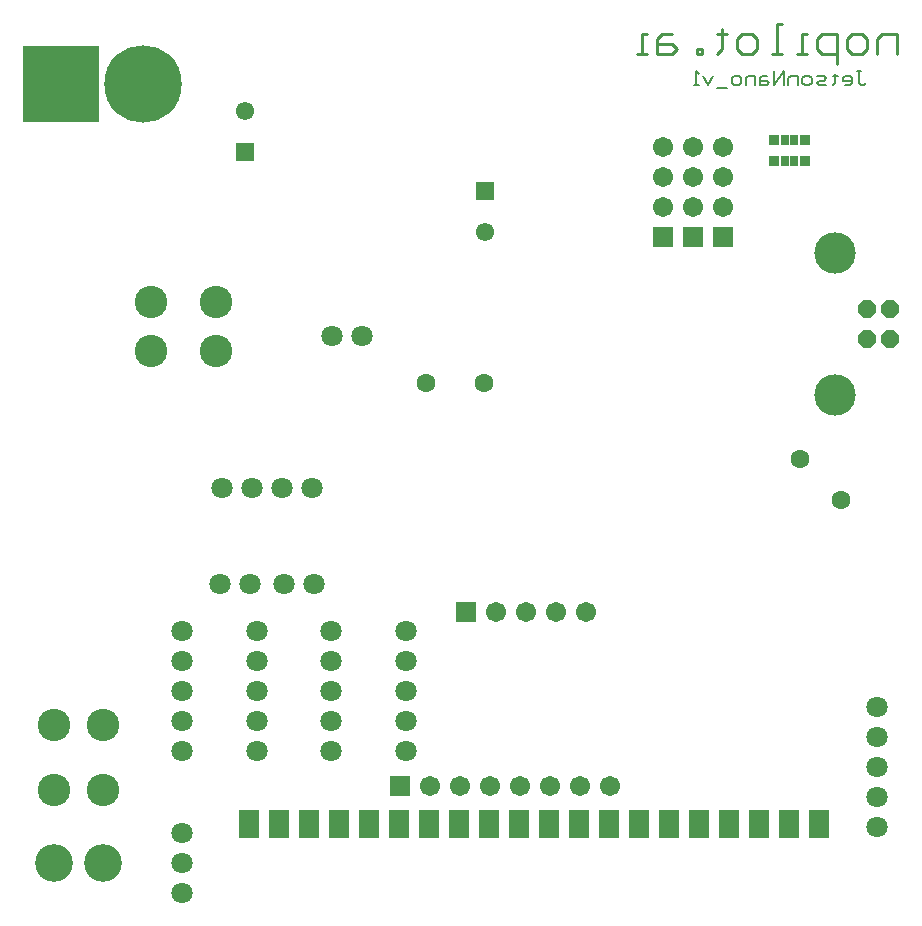
<source format=gbs>
G04 Layer_Color=16711935*
%FSLAX44Y44*%
%MOMM*%
G71*
G01*
G75*
%ADD44C,0.2000*%
%ADD96R,0.9032X0.9032*%
%ADD97R,0.7032X0.9032*%
%ADD98R,1.7032X2.4532*%
%ADD99P,1.6347X8X112.5*%
%ADD100C,3.5030*%
%ADD101C,1.6032*%
%ADD102C,1.7032*%
%ADD103R,1.7032X1.7032*%
%ADD104C,1.8032*%
%ADD105R,1.5532X1.5532*%
%ADD106C,1.5532*%
%ADD107C,6.5532*%
%ADD108R,6.5532X6.5532*%
%ADD109R,1.7032X1.7032*%
%ADD110C,2.7432*%
%ADD111C,3.2032*%
%ADD112C,0.2540*%
D44*
X1424253Y1810806D02*
X1428251D01*
X1426252D01*
Y1800809D01*
X1428251Y1798810D01*
X1430251D01*
X1432250Y1800809D01*
X1414256Y1798810D02*
X1418255D01*
X1420254Y1800809D01*
Y1804808D01*
X1418255Y1806807D01*
X1414256D01*
X1412256Y1804808D01*
Y1802809D01*
X1420254D01*
X1406258Y1808807D02*
Y1806807D01*
X1408258D01*
X1404259D01*
X1406258D01*
Y1800809D01*
X1404259Y1798810D01*
X1398261D02*
X1392263D01*
X1390264Y1800809D01*
X1392263Y1802809D01*
X1396262D01*
X1398261Y1804808D01*
X1396262Y1806807D01*
X1390264D01*
X1384265Y1798810D02*
X1380267D01*
X1378267Y1800809D01*
Y1804808D01*
X1380267Y1806807D01*
X1384265D01*
X1386265Y1804808D01*
Y1800809D01*
X1384265Y1798810D01*
X1374269D02*
Y1806807D01*
X1368271D01*
X1366271Y1804808D01*
Y1798810D01*
X1362273D02*
Y1810806D01*
X1354275Y1798810D01*
Y1810806D01*
X1348277Y1806807D02*
X1344279D01*
X1342279Y1804808D01*
Y1798810D01*
X1348277D01*
X1350276Y1800809D01*
X1348277Y1802809D01*
X1342279D01*
X1338280Y1798810D02*
Y1806807D01*
X1332282D01*
X1330283Y1804808D01*
Y1798810D01*
X1324285D02*
X1320286D01*
X1318287Y1800809D01*
Y1804808D01*
X1320286Y1806807D01*
X1324285D01*
X1326284Y1804808D01*
Y1800809D01*
X1324285Y1798810D01*
X1314288Y1796811D02*
X1306291D01*
X1302292Y1806807D02*
X1298293Y1798810D01*
X1294295Y1806807D01*
X1290296Y1798810D02*
X1286297D01*
X1288297D01*
Y1810806D01*
X1290296Y1808807D01*
D96*
X1380250Y1734810D02*
D03*
X1354250D02*
D03*
Y1752810D02*
D03*
X1380250D02*
D03*
D97*
X1371250Y1734810D02*
D03*
X1363250D02*
D03*
Y1752810D02*
D03*
X1371250D02*
D03*
D98*
X1392600Y1173828D02*
D03*
X1367200D02*
D03*
X1341800D02*
D03*
X1316400D02*
D03*
X1291000D02*
D03*
X1265600D02*
D03*
X1240200D02*
D03*
X1214800D02*
D03*
X1189400D02*
D03*
X1164000D02*
D03*
X1138600D02*
D03*
X1113200D02*
D03*
X1087800D02*
D03*
X1062400D02*
D03*
X1037000D02*
D03*
X1011600D02*
D03*
X986200D02*
D03*
X960800D02*
D03*
X935400D02*
D03*
X910000D02*
D03*
D99*
X1452549Y1609309D02*
D03*
Y1584311D02*
D03*
X1432549D02*
D03*
Y1609309D02*
D03*
D100*
X1405450Y1536810D02*
D03*
Y1656810D02*
D03*
D101*
X1108749Y1546811D02*
D03*
X1059749D02*
D03*
X1375926Y1482129D02*
D03*
X1410574Y1447481D02*
D03*
D102*
X1195050Y1352810D02*
D03*
X1169650D02*
D03*
X1144250D02*
D03*
X1118850D02*
D03*
X1190150Y1205810D02*
D03*
X1215550D02*
D03*
X1164750D02*
D03*
X1063150D02*
D03*
X1088550D02*
D03*
X1113950D02*
D03*
X1139350D02*
D03*
X1259850Y1746910D02*
D03*
Y1721510D02*
D03*
Y1696110D02*
D03*
X1285250Y1746910D02*
D03*
Y1721510D02*
D03*
Y1696110D02*
D03*
X1310650Y1746910D02*
D03*
Y1721510D02*
D03*
Y1696110D02*
D03*
D103*
X1093450Y1352810D02*
D03*
X1037750Y1205810D02*
D03*
D104*
X1005250Y1586810D02*
D03*
X979850D02*
D03*
X963450Y1457810D02*
D03*
X938050D02*
D03*
X887250D02*
D03*
X912650D02*
D03*
X853250Y1165610D02*
D03*
Y1114810D02*
D03*
Y1140210D02*
D03*
X916250Y1235210D02*
D03*
Y1311410D02*
D03*
Y1336810D02*
D03*
Y1286010D02*
D03*
Y1260610D02*
D03*
X979250Y1235210D02*
D03*
Y1311410D02*
D03*
Y1336810D02*
D03*
Y1286010D02*
D03*
Y1260610D02*
D03*
X1042250Y1235210D02*
D03*
Y1311410D02*
D03*
Y1336810D02*
D03*
Y1286010D02*
D03*
Y1260610D02*
D03*
X853250Y1235210D02*
D03*
Y1311410D02*
D03*
Y1336810D02*
D03*
Y1286010D02*
D03*
Y1260610D02*
D03*
X885250Y1376810D02*
D03*
X910650D02*
D03*
X939250D02*
D03*
X964650D02*
D03*
X1441250Y1171210D02*
D03*
Y1247410D02*
D03*
Y1272810D02*
D03*
Y1222010D02*
D03*
Y1196610D02*
D03*
D105*
X1109250Y1709310D02*
D03*
X906250Y1742310D02*
D03*
D106*
X1109250Y1674310D02*
D03*
X906250Y1777310D02*
D03*
D107*
X820251Y1799810D02*
D03*
D108*
X750249D02*
D03*
D109*
X1259850Y1670710D02*
D03*
X1285250Y1670710D02*
D03*
X1310650Y1670710D02*
D03*
D110*
X882000Y1573810D02*
D03*
Y1615810D02*
D03*
X827000D02*
D03*
Y1573810D02*
D03*
X744250Y1202060D02*
D03*
X786250D02*
D03*
Y1257060D02*
D03*
X744250D02*
D03*
D111*
X786250Y1140810D02*
D03*
X744250D02*
D03*
D112*
X1458250Y1825810D02*
Y1842738D01*
X1445554D01*
X1441322Y1838506D01*
Y1825810D01*
X1428626D02*
X1420162D01*
X1415930Y1830042D01*
Y1838506D01*
X1420162Y1842738D01*
X1428626D01*
X1432858Y1838506D01*
Y1830042D01*
X1428626Y1825810D01*
X1407466Y1817346D02*
Y1842738D01*
X1394771D01*
X1390538Y1838506D01*
Y1830042D01*
X1394771Y1825810D01*
X1407466D01*
X1382075D02*
X1373611D01*
X1377843D01*
Y1842738D01*
X1382075D01*
X1360915Y1825810D02*
X1352451D01*
X1356683D01*
Y1851202D01*
X1360915D01*
X1335523Y1825810D02*
X1327059D01*
X1322827Y1830042D01*
Y1838506D01*
X1327059Y1842738D01*
X1335523D01*
X1339755Y1838506D01*
Y1830042D01*
X1335523Y1825810D01*
X1310131Y1846970D02*
Y1842738D01*
X1314363D01*
X1305899D01*
X1310131D01*
Y1830042D01*
X1305899Y1825810D01*
X1293203D02*
Y1830042D01*
X1288971D01*
Y1825810D01*
X1293203D01*
X1267812Y1842738D02*
X1259348D01*
X1255116Y1838506D01*
Y1825810D01*
X1267812D01*
X1272044Y1830042D01*
X1267812Y1834274D01*
X1255116D01*
X1246652Y1825810D02*
X1238188D01*
X1242420D01*
Y1842738D01*
X1246652D01*
M02*

</source>
